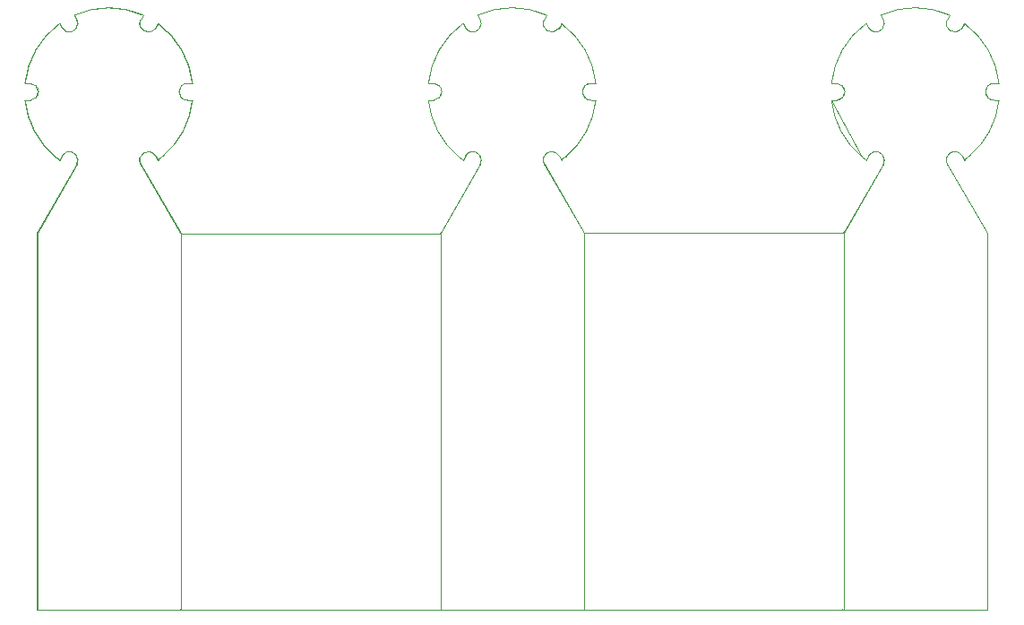
<source format=gko>
G04*
G04 #@! TF.GenerationSoftware,Altium Limited,Altium Designer,21.0.9 (235)*
G04*
G04 Layer_Color=16711935*
%FSAX44Y44*%
%MOMM*%
G71*
G04*
G04 #@! TF.SameCoordinates,C9C275F4-687D-4123-80A0-9C6E5F070257*
G04*
G04*
G04 #@! TF.FilePolarity,Positive*
G04*
G01*
G75*
%ADD10C,0.1000*%
%ADD60C,0.1000*%
D10*
X01070025Y01077660D02*
G03*
X01069704Y01077545I00000000J-00000504D01*
G01*
X01451306Y01077660D02*
G03*
X01451285Y01077660I00000000J-00000504D01*
G01*
X01695770Y01077694D02*
G03*
X01695589Y01077660I00000000J-00000504D01*
G01*
X01795385Y01508085D02*
G03*
X01794318Y01498636I00005865J-00005446D01*
G01*
X01808181Y01506641D02*
G03*
X01795385Y01508085I-00006931J-00004002D01*
G01*
X01810478Y01502664D02*
G03*
X01814761Y01505978I-00046478J00064494D01*
G01*
D02*
G03*
X01843092Y01559153I-00050761J00061179D01*
G01*
X01832635Y01572604D02*
G03*
X01838500Y01559153I00005865J-00005446D01*
G01*
X01838500Y01575161D02*
G03*
X01832635Y01572604I00000000J-00008004D01*
G01*
X01838519Y01575161D02*
G03*
X01838500Y01575161I-00000019J-00000503D01*
G01*
D02*
G03*
X01838480Y01575161I00000000J-00000504D01*
G01*
X01843092Y01575161D02*
G03*
X01810477Y01631651I-00079092J-00008004D01*
G01*
X01807803Y01627044D02*
G03*
X01807870Y01627135I-00000369J00000343D01*
G01*
X01807732Y01626981D02*
G03*
X01807803Y01627044I-00000298J00000406D01*
G01*
X01807115Y01626230D02*
G03*
X01807732Y01626981I-00005865J00005446D01*
G01*
X01794082Y01635238D02*
G03*
X01807115Y01626230I00007167J-00003562D01*
G01*
X01794131Y01635354D02*
G03*
X01794082Y01635238I00000436J-00000252D01*
G01*
X01796614Y01639655D02*
G03*
X01731385Y01639655I-00032615J-00072498D01*
G01*
X01733681Y01635678D02*
G03*
X01733670Y01635697I-00000436J-00000252D01*
G01*
X01733692Y01635659D02*
G03*
X01733681Y01635678I-00000447J-00000233D01*
G01*
X01734754Y01631676D02*
G03*
X01733681Y01635678I-00008004J00000000D01*
G01*
X01732615Y01626230D02*
G03*
X01734754Y01631676I-00005865J00005446D01*
G01*
X01719818Y01627674D02*
G03*
X01732615Y01626230I00006931J00004002D01*
G01*
X01717522Y01631651D02*
G03*
X01684907Y01575161I00046478J-00064494D01*
G01*
X01689500D02*
G03*
X01689481Y01575161I00000000J-00000504D01*
G01*
X01689520Y01575161D02*
G03*
X01689500Y01575161I-00000020J-00000503D01*
G01*
X01697504Y01567157D02*
G03*
X01689500Y01575161I-00008004J00000000D01*
G01*
X01695365Y01561711D02*
G03*
X01697504Y01567157I-00005865J00005446D01*
G01*
X01689500Y01559153D02*
G03*
X01695365Y01561711I00000000J00008004D01*
G01*
X01684907Y01559153D02*
G03*
X01713238Y01505978I00079092J00008004D01*
G01*
D02*
G03*
X01717522Y01502663I00050761J00061179D01*
G01*
X01719818Y01506640D02*
G03*
X01719813Y01506632I00000436J-00000252D01*
G01*
X01719823Y01506649D02*
G03*
X01719818Y01506640I00000431J-00000261D01*
G01*
X01720885Y01508085D02*
G03*
X01719818Y01506640I00005865J-00005446D01*
G01*
X01734754Y01502639D02*
G03*
X01720885Y01508085I-00008004J00000000D01*
G01*
X01733681Y01498636D02*
G03*
X01734753Y01502638I-00006931J00004002D01*
G01*
X01696631Y01433946D02*
G03*
X01696517Y01434265I-00000504J00000000D01*
G01*
X01696127Y01433442D02*
G03*
X01696631Y01433946I00000000J00000504D01*
G01*
X01450870Y01433694D02*
G03*
X01451306Y01433442I00000436J00000252D01*
G01*
X01413394Y01498602D02*
G03*
X01413397Y01498598I00000436J00000252D01*
G01*
X01424766Y01509264D02*
G03*
X01413394Y01498602I-00004440J-00006660D01*
G01*
X01427258Y01506606D02*
G03*
X01424766Y01509264I-00006931J-00004002D01*
G01*
X01427258Y01506606D02*
G03*
X01427254Y01506613I-00000436J-00000252D01*
G01*
X01429554Y01502629D02*
G03*
X01433837Y01505944I-00046478J00064494D01*
G01*
D02*
G03*
X01433830Y01505937I00000322J-00000388D01*
G01*
X01433837Y01505944D02*
G03*
X01462168Y01559119I-00050761J00061179D01*
G01*
X01457569Y01559120D02*
G03*
X01457576Y01559119I00000007J00000504D01*
G01*
D02*
G03*
X01457583Y01559120I00000000J00000504D01*
G01*
X01453136Y01560464D02*
G03*
X01457576Y01559119I00004440J00006660D01*
G01*
X01457576Y01575127D02*
G03*
X01453136Y01560464I00000000J-00008004D01*
G01*
X01457576Y01575127D02*
G03*
X01457569Y01575127I00000000J-00000504D01*
G01*
X01457583D02*
G03*
X01457576Y01575127I-00000007J-00000504D01*
G01*
X01462168D02*
G03*
X01429554Y01631617I-00079092J-00008004D01*
G01*
X01426808Y01626947D02*
G03*
X01426946Y01627101I-00000298J00000406D01*
G01*
X01415886Y01624983D02*
G03*
X01426808Y01626947I00004440J00006660D01*
G01*
X01413159Y01635204D02*
G03*
X01415886Y01624983I00007167J-00003562D01*
G01*
X01413159Y01635205D02*
G03*
X01413159Y01635204I00007167J-00003563D01*
G01*
X01413207Y01635320D02*
G03*
X01413159Y01635204I00000436J-00000252D01*
G01*
X01415691Y01639621D02*
G03*
X01350461Y01639621I-00032615J-00072498D01*
G01*
X01353830Y01631642D02*
G03*
X01352758Y01635644I-00008004J00000000D01*
G01*
X01341386Y01624983D02*
G03*
X01353830Y01631642I00004440J00006660D01*
G01*
X01338895Y01627640D02*
G03*
X01341386Y01624983I00006931J00004002D01*
G01*
X01336598Y01631617D02*
G03*
X01303984Y01575127I00046478J-00064494D01*
G01*
X01308576D02*
G03*
X01308569Y01575127I00000000J-00000504D01*
G01*
X01308583D02*
G03*
X01308576Y01575127I-00000007J-00000504D01*
G01*
X01313016Y01573783D02*
G03*
X01308576Y01575127I-00004440J-00006660D01*
G01*
X01316580Y01567123D02*
G03*
X01313016Y01573783I-00008004J00000000D01*
G01*
X01308576Y01559119D02*
G03*
X01316580Y01567123I00000000J00008004D01*
G01*
X01303984Y01559119D02*
G03*
X01332315Y01505944I00079092J00008004D01*
G01*
X01332319Y01505941D02*
G03*
X01332315Y01505944I-00000326J-00000384D01*
G01*
D02*
G03*
X01336598Y01502629I00050761J00061179D01*
G01*
X01338895Y01506606D02*
G03*
X01338890Y01506599I00000436J-00000252D01*
G01*
X01338900Y01506615D02*
G03*
X01338895Y01506606I00000431J-00000261D01*
G01*
X01350266Y01509264D02*
G03*
X01338895Y01506606I-00004440J-00006660D01*
G01*
X01353830Y01502604D02*
G03*
X01350266Y01509264I-00008004J00000000D01*
G01*
X01352758Y01498602D02*
G03*
X01353830Y01502604I-00006931J00004002D01*
G01*
X01315140Y01433536D02*
G03*
X01315282Y01433693I-00000294J00000409D01*
G01*
X01314731Y01433327D02*
G03*
X01315140Y01433536I00000000J00000504D01*
G01*
X01069474Y01433578D02*
G03*
X01069910Y01433327I00000436J00000252D01*
G01*
X01045862Y01506491D02*
G03*
X01031999Y01498487I-00006931J-00004002D01*
G01*
X01048158Y01502514D02*
G03*
X01052441Y01505828I-00046478J00064494D01*
G01*
D02*
G03*
X01080772Y01559004I-00050761J00061179D01*
G01*
X01076180Y01575012D02*
G03*
X01076180Y01559004I00000000J-00008004D01*
G01*
X01080772Y01575012D02*
G03*
X01048158Y01631502I-00079092J-00008004D01*
G01*
X01045412Y01626831D02*
G03*
X01045550Y01626986I-00000298J00000406D01*
G01*
X01031763Y01635089D02*
G03*
X01045412Y01626831I00007167J-00003562D01*
G01*
X01031811Y01635204D02*
G03*
X01031763Y01635089I00000436J-00000252D01*
G01*
X01034295Y01639506D02*
G03*
X00969065Y01639506I-00032615J-00072498D01*
G01*
X00972434Y01631527D02*
G03*
X00971361Y01635529I-00008004J00000000D01*
G01*
X00957498Y01627525D02*
G03*
X00972434Y01631527I00006931J00004002D01*
G01*
X00955202Y01631502D02*
G03*
X00922588Y01575012I00046478J-00064494D01*
G01*
X00935184Y01567008D02*
G03*
X00927180Y01575012I-00008004J00000000D01*
G01*
Y01559004D02*
G03*
X00935184Y01567008I00000000J00008004D01*
G01*
X00922588Y01559004D02*
G03*
X00950919Y01505828I00079092J00008004D01*
G01*
D02*
G03*
X00955202Y01502514I00050761J00061179D01*
G01*
X00972434Y01502489D02*
G03*
X00957498Y01506491I-00008004J00000000D01*
G01*
X00971361Y01498487D02*
G03*
X00972434Y01502489I-00006931J00004002D01*
G01*
X00933954Y01077545D02*
X01069704D01*
X01070025Y01077660D02*
X01451285D01*
X01451306Y01077660D02*
X01695589D01*
X01695770Y01077694D02*
X01831726D01*
X01831726Y01433845D02*
X01831726Y01077694D01*
X01794318Y01498636D02*
X01831726Y01433845D01*
X01794318Y01498636D02*
X01794318Y01498636D01*
X01808181Y01506641D02*
X01808181Y01506641D01*
X01810478Y01502664D01*
X01838500Y01559153D02*
X01843092D01*
X01838500Y01575161D02*
X01838519D01*
X01838480Y01575161D02*
X01838500Y01575161D01*
X01838500Y01575161D02*
X01843092D01*
X01807870Y01627135D02*
X01810477Y01631651D01*
X01794082Y01635238D02*
X01794082Y01635238D01*
X01794131Y01635354D02*
X01794131D01*
X01794131D02*
X01796614Y01639655D01*
X01731385Y01639655D02*
X01733681Y01635678D01*
X01733681D02*
X01733681D01*
X01733670Y01635697D02*
X01733681Y01635678D01*
X01733692Y01635659D01*
X01733681Y01635678D02*
X01733681D01*
X01719818Y01627674D02*
X01719818Y01627674D01*
X01717522Y01631651D02*
X01719818Y01627674D01*
X01684907Y01575161D02*
X01684907Y01575161D01*
X01684907Y01575161D02*
X01689481D01*
X01689500Y01575161D02*
X01689520Y01575161D01*
X01684907Y01559153D02*
X01713238Y01505978D01*
X01719813Y01506632D02*
X01719818Y01506640D01*
X01719818Y01506641D02*
X01719823Y01506649D01*
X01719818Y01506640D02*
X01719823Y01506649D01*
X01734753Y01502638D02*
X01734754Y01502639D01*
X01733676Y01498628D02*
X01733681Y01498636D01*
X01696517Y01434265D02*
X01733676Y01498628D01*
X01451306Y01433442D02*
X01696127D01*
X01450870Y01433694D02*
X01450870D01*
X01413397Y01498598D02*
X01450870Y01433694D01*
X01413395Y01498602D02*
X01413397Y01498598D01*
X01413395Y01498602D02*
X01413397Y01498598D01*
X01413394Y01498602D02*
X01413394D01*
X01424766Y01509264D02*
X01424766D01*
X01427254Y01506613D02*
X01427258Y01506606D01*
X01427258Y01506606D02*
X01427258Y01506606D01*
X01427258Y01506606D02*
X01427260Y01506602D01*
X01429554Y01502629D01*
X01429554Y01502629D01*
X01429554Y01502629D01*
X01429554Y01502629D02*
X01429554Y01502629D01*
X01433830Y01505937D02*
X01433837Y01505944D01*
X01457569Y01559120D02*
X01462168Y01559119D01*
X01457576D02*
X01457583Y01559120D01*
X01457576D02*
X01457576Y01559119D01*
X01457576Y01559120D02*
X01462168D01*
Y01559119D02*
Y01559120D01*
X01457576Y01559119D02*
X01462168D01*
X01453136Y01560464D02*
X01453136D01*
X01457569Y01575127D02*
X01457576Y01575127D01*
X01462168Y01575127D01*
X01457583D02*
X01462168D01*
X01457576Y01575127D02*
X01462168D01*
X01429554Y01631617D02*
Y01631617D01*
X01426946Y01627101D02*
X01429554Y01631617D01*
X01426808Y01626947D02*
X01426808Y01626947D01*
X01415886Y01624983D02*
X01415886D01*
X01413159Y01635204D02*
X01413159Y01635205D01*
X01413159Y01635204D02*
X01413159Y01635204D01*
X01413207Y01635320D02*
X01413207D01*
X01413207D02*
X01415691Y01639621D01*
X01350461Y01639621D02*
X01352758Y01635644D01*
X01352758Y01635644D02*
X01352758Y01635644D01*
X01353830Y01631642D02*
X01353830Y01631642D01*
X01338895Y01627640D02*
X01338895Y01627640D01*
X01336598Y01631617D02*
X01338895Y01627640D01*
X01303984Y01575127D02*
X01308569Y01575127D01*
X01303984Y01575127D02*
X01308576D01*
X01303984Y01575127D02*
Y01575127D01*
Y01575127D02*
X01308583D01*
X01313016Y01573783D02*
X01313016D01*
X01303984Y01559119D02*
X01308576D01*
X01332315Y01505944D02*
X01332319Y01505941D01*
X01336598Y01502629D02*
X01338895Y01506606D01*
X01338895Y01506606D01*
X01338890Y01506599D02*
X01338895Y01506606D01*
X01338895Y01506606D02*
X01338900Y01506615D01*
X01353830Y01502604D02*
X01353830Y01502604D01*
X01315282Y01433693D02*
X01352758Y01498602D01*
X01069910Y01433327D02*
X01314731D01*
X01069474Y01433578D02*
X01069474D01*
X01031998Y01498487D02*
X01069474Y01433578D01*
X01031998Y01498487D02*
X01031999Y01498487D01*
X01045862Y01506491D02*
X01045862Y01506491D01*
X01048158Y01502514D01*
X01076180Y01559004D02*
X01080772D01*
X01076180Y01575012D02*
X01080772D01*
X01045550Y01626986D02*
X01048158Y01631502D01*
X01045412Y01626831D02*
X01045412Y01626831D01*
X01031763Y01635089D02*
X01031763Y01635089D01*
X01031811Y01635204D02*
X01031811D01*
X01031811D02*
X01034295Y01639506D01*
X00969065D02*
X00971361Y01635529D01*
X00971361Y01635529D02*
X00971361Y01635529D01*
X00957498Y01627525D02*
X00957498Y01627525D01*
X00955202Y01631502D02*
X00957498Y01627525D01*
X00922588Y01575012D02*
X00927180D01*
X00922588Y01559004D02*
X00927180D01*
X00955202Y01502514D02*
X00957498Y01506491D01*
X00957498Y01506491D01*
X00933954Y01433695D02*
X00971361Y01498487D01*
X00933954Y01433695D02*
X00933954Y01077545D01*
X01046211Y01506663D02*
G03*
X01032348Y01498659I-00006931J-00004002D01*
G01*
X01048508Y01502686D02*
G03*
X01052791Y01506001I-00046478J00064494D01*
G01*
D02*
G03*
X01081122Y01559176I-00050761J00061179D01*
G01*
X01076530Y01575184D02*
G03*
X01076530Y01559176I00000000J-00008004D01*
G01*
X01081122Y01575184D02*
G03*
X01048508Y01631674I-00079092J-00008004D01*
G01*
X01045762Y01627003D02*
G03*
X01045900Y01627158I-00000298J00000406D01*
G01*
X01032113Y01635261D02*
G03*
X01045762Y01627003I00007167J-00003562D01*
G01*
X01032161Y01635376D02*
G03*
X01032113Y01635261I00000436J-00000252D01*
G01*
X01034645Y01639678D02*
G03*
X00969415Y01639678I-00032615J-00072498D01*
G01*
X00972784Y01631699D02*
G03*
X00971712Y01635701I-00008004J00000000D01*
G01*
X00957849Y01627697D02*
G03*
X00972784Y01631699I00006931J00004002D01*
G01*
X00955552Y01631674D02*
G03*
X00922938Y01575184I00046478J-00064494D01*
G01*
X00935534Y01567180D02*
G03*
X00927530Y01575184I-00008004J00000000D01*
G01*
Y01559176D02*
G03*
X00935534Y01567180I00000000J00008004D01*
G01*
X00922938Y01559176D02*
G03*
X00951269Y01506001I00079092J00008004D01*
G01*
D02*
G03*
X00955552Y01502686I00050761J00061179D01*
G01*
X00972784Y01502661D02*
G03*
X00957849Y01506663I-00008004J00000000D01*
G01*
X00971712Y01498659D02*
G03*
X00972784Y01502661I-00006931J00004002D01*
G01*
X00934304Y01077717D02*
X01069756D01*
X01069756Y01433867D02*
X01069756Y01077717D01*
X01032348Y01498659D02*
X01069756Y01433867D01*
X01032348Y01498659D02*
X01032348Y01498659D01*
X01046211Y01506663D02*
X01046211Y01506663D01*
X01048508Y01502686D01*
X01076530Y01559176D02*
X01081122D01*
X01076530Y01575184D02*
X01081122D01*
X01045900Y01627158D02*
X01048508Y01631674D01*
X01045762Y01627003D02*
X01045762Y01627003D01*
X01032113Y01635261D02*
X01032113Y01635261D01*
X01032161Y01635376D02*
X01032161D01*
X01032161D02*
X01034645Y01639678D01*
X00969415D02*
X00971712Y01635701D01*
X00971712Y01635701D02*
X00971712Y01635701D01*
X00957849Y01627697D02*
X00957849Y01627697D01*
X00955552Y01631674D02*
X00957849Y01627697D01*
X00922938Y01575184D02*
X00927530D01*
X00922938Y01559176D02*
X00927530D01*
X00955552Y01502686D02*
X00957849Y01506663D01*
X00957849Y01506663D01*
X00934304Y01433867D02*
X00971712Y01498659D01*
X00934304Y01433867D02*
X00934304Y01077717D01*
X01427211Y01506663D02*
G03*
X01413349Y01498659I-00006931J-00004002D01*
G01*
X01429508Y01502686D02*
G03*
X01433791Y01506001I-00046478J00064494D01*
G01*
D02*
G03*
X01462122Y01559176I-00050761J00061179D01*
G01*
X01457530Y01575184D02*
G03*
X01457530Y01559176I00000000J-00008004D01*
G01*
X01462122Y01575184D02*
G03*
X01429508Y01631674I-00079092J-00008004D01*
G01*
X01426762Y01627003D02*
G03*
X01426900Y01627158I-00000298J00000406D01*
G01*
X01413113Y01635261D02*
G03*
X01426762Y01627003I00007167J-00003562D01*
G01*
X01413161Y01635376D02*
G03*
X01413113Y01635261I00000436J-00000252D01*
G01*
X01415645Y01639678D02*
G03*
X01350415Y01639678I-00032615J-00072498D01*
G01*
X01353784Y01631699D02*
G03*
X01352711Y01635701I-00008004J00000000D01*
G01*
X01338849Y01627697D02*
G03*
X01353784Y01631699I00006931J00004002D01*
G01*
X01336552Y01631674D02*
G03*
X01303938Y01575184I00046478J-00064494D01*
G01*
X01316534Y01567180D02*
G03*
X01308530Y01575184I-00008004J00000000D01*
G01*
Y01559176D02*
G03*
X01316534Y01567180I00000000J00008004D01*
G01*
X01303938Y01559176D02*
G03*
X01332269Y01506001I00079092J00008004D01*
G01*
D02*
G03*
X01336552Y01502686I00050761J00061179D01*
G01*
X01353784Y01502661D02*
G03*
X01338849Y01506663I-00008004J00000000D01*
G01*
X01352711Y01498659D02*
G03*
X01353784Y01502661I-00006931J00004002D01*
G01*
X01315304Y01077717D02*
X01450756D01*
X01450756Y01433867D02*
X01450756Y01077717D01*
X01413349Y01498659D02*
X01450756Y01433867D01*
X01413349Y01498659D02*
X01413349Y01498659D01*
X01427211Y01506663D02*
X01427211Y01506663D01*
X01429508Y01502686D01*
X01457530Y01559176D02*
X01462122D01*
X01457530Y01575184D02*
X01462122D01*
X01426900Y01627158D02*
X01429508Y01631674D01*
X01426762Y01627003D02*
X01426762Y01627003D01*
X01413113Y01635261D02*
X01413113Y01635261D01*
X01413161Y01635376D02*
X01413161D01*
X01413161D02*
X01415645Y01639678D01*
X01350415D02*
X01352711Y01635701D01*
X01352711Y01635701D02*
X01352711Y01635701D01*
X01338849Y01627697D02*
X01338849Y01627697D01*
X01336552Y01631674D02*
X01338849Y01627697D01*
X01303938Y01575184D02*
X01308530D01*
X01303938Y01559176D02*
X01308530D01*
X01336552Y01502686D02*
X01338849Y01506663D01*
X01338849Y01506663D01*
X01315304Y01433867D02*
X01352711Y01498659D01*
X01315304Y01433867D02*
X01315304Y01077717D01*
X01808212Y01506663D02*
G03*
X01794348Y01498659I-00006931J-00004002D01*
G01*
X01810508Y01502686D02*
G03*
X01814791Y01506001I-00046478J00064494D01*
G01*
D02*
G03*
X01843122Y01559176I-00050761J00061179D01*
G01*
X01838530Y01575184D02*
G03*
X01838530Y01559176I00000000J-00008004D01*
G01*
X01843122Y01575184D02*
G03*
X01810508Y01631674I-00079092J-00008004D01*
G01*
X01807762Y01627003D02*
G03*
X01807900Y01627158I-00000298J00000406D01*
G01*
X01794113Y01635261D02*
G03*
X01807762Y01627003I00007167J-00003562D01*
G01*
X01794161Y01635376D02*
G03*
X01794113Y01635261I00000436J-00000252D01*
G01*
X01796645Y01639678D02*
G03*
X01731415Y01639678I-00032615J-00072498D01*
G01*
X01734784Y01631699D02*
G03*
X01733712Y01635701I-00008004J00000000D01*
G01*
X01719848Y01627697D02*
G03*
X01734784Y01631699I00006931J00004002D01*
G01*
X01717552Y01631674D02*
G03*
X01684938Y01575184I00046478J-00064494D01*
G01*
X01697534Y01567180D02*
G03*
X01689530Y01575184I-00008004J00000000D01*
G01*
Y01559176D02*
G03*
X01697534Y01567180I00000000J00008004D01*
G01*
X01684938Y01559176D02*
G03*
X01713269Y01506001I00079092J00008004D01*
G01*
D02*
G03*
X01717552Y01502686I00050761J00061179D01*
G01*
X01734784Y01502661D02*
G03*
X01719848Y01506663I-00008004J00000000D01*
G01*
X01733712Y01498659D02*
G03*
X01734784Y01502661I-00006931J00004002D01*
G01*
X01696304Y01077717D02*
X01831756D01*
X01831756Y01433867D02*
X01831756Y01077717D01*
X01794348Y01498659D02*
X01831756Y01433867D01*
X01794348Y01498659D02*
X01794348Y01498659D01*
X01808212Y01506663D02*
X01808212Y01506663D01*
X01810508Y01502686D01*
X01838530Y01559176D02*
X01843122D01*
X01838530Y01575184D02*
X01843122D01*
X01807900Y01627158D02*
X01810508Y01631674D01*
X01807762Y01627003D02*
X01807762Y01627003D01*
X01794113Y01635261D02*
X01794113Y01635261D01*
X01794161Y01635376D02*
X01794161D01*
X01794161D02*
X01796645Y01639678D01*
X01731415D02*
X01733712Y01635701D01*
X01733712Y01635701D02*
X01733712Y01635701D01*
X01719848Y01627697D02*
X01719848Y01627697D01*
X01717552Y01631674D02*
X01719848Y01627697D01*
X01684938Y01575184D02*
X01689530D01*
X01684938Y01559176D02*
X01689530D01*
X01717552Y01502686D02*
X01719848Y01506663D01*
X01719848Y01506663D01*
X01696304Y01433867D02*
X01733712Y01498659D01*
X01696304Y01433867D02*
X01696304Y01077717D01*
D60*
X01794082Y01635238D02*
D03*
X01426808Y01626947D02*
D03*
X01413159Y01635204D02*
D03*
M02*

</source>
